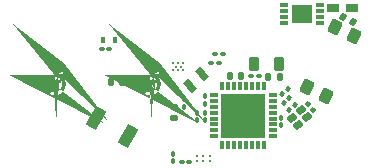
<source format=gbr>
%TF.GenerationSoftware,KiCad,Pcbnew,9.0.5*%
%TF.CreationDate,2025-10-30T22:03:55+01:00*%
%TF.ProjectId,36mm PCB,33366d6d-2050-4434-922e-6b696361645f,rev?*%
%TF.SameCoordinates,Original*%
%TF.FileFunction,Soldermask,Top*%
%TF.FilePolarity,Negative*%
%FSLAX46Y46*%
G04 Gerber Fmt 4.6, Leading zero omitted, Abs format (unit mm)*
G04 Created by KiCad (PCBNEW 9.0.5) date 2025-10-30 22:03:55*
%MOMM*%
%LPD*%
G01*
G04 APERTURE LIST*
G04 Aperture macros list*
%AMRoundRect*
0 Rectangle with rounded corners*
0 $1 Rounding radius*
0 $2 $3 $4 $5 $6 $7 $8 $9 X,Y pos of 4 corners*
0 Add a 4 corners polygon primitive as box body*
4,1,4,$2,$3,$4,$5,$6,$7,$8,$9,$2,$3,0*
0 Add four circle primitives for the rounded corners*
1,1,$1+$1,$2,$3*
1,1,$1+$1,$4,$5*
1,1,$1+$1,$6,$7*
1,1,$1+$1,$8,$9*
0 Add four rect primitives between the rounded corners*
20,1,$1+$1,$2,$3,$4,$5,0*
20,1,$1+$1,$4,$5,$6,$7,0*
20,1,$1+$1,$6,$7,$8,$9,0*
20,1,$1+$1,$8,$9,$2,$3,0*%
%AMRotRect*
0 Rectangle, with rotation*
0 The origin of the aperture is its center*
0 $1 length*
0 $2 width*
0 $3 Rotation angle, in degrees counterclockwise*
0 Add horizontal line*
21,1,$1,$2,0,0,$3*%
%AMFreePoly0*
4,1,59,0.028499,0.147118,0.029264,0.147118,0.083336,0.124720,0.086045,0.122010,0.089073,0.120690,0.099600,0.108455,0.124720,0.083336,0.127970,0.075489,0.132617,0.070090,0.137032,0.053612,0.147118,0.029264,0.147118,0.015972,0.149895,0.005609,0.147118,-0.009067,0.147118,-0.029264,0.140082,-0.046248,0.137484,-0.059984,0.130440,-0.069525,0.124720,-0.083336,0.107652,-0.100403,
0.097843,-0.113696,0.090457,-0.117598,0.083336,-0.124720,0.053958,-0.136888,0.038823,-0.144889,-0.034562,-0.164553,-0.168307,-0.236668,-0.281816,-0.337682,-0.368970,-0.462151,-0.425070,-0.603363,-0.447092,-0.753706,-0.433849,-0.905077,-0.386055,-1.049313,-0.306285,-1.178638,-0.252564,-1.232360,-0.217047,-1.288884,-0.209573,-1.355221,-0.231621,-1.418231,-0.278825,-1.465435,-0.341835,-1.487484,
-0.408172,-1.480009,-0.464697,-1.444492,-0.579686,-1.305223,-0.666241,-1.146708,-0.721234,-0.974678,-0.742675,-0.795349,-0.729791,-0.615202,-0.683046,-0.440750,-0.604131,-0.278297,-0.495898,-0.133714,-0.362258,-0.012227,-0.208042,0.081772,-0.038823,0.144888,-0.038823,0.144889,-0.034232,0.145059,-0.029264,0.147118,0.020751,0.147118,0.027887,0.147385,0.028499,0.147118,0.028499,0.147118,
$1*%
%AMFreePoly1*
4,1,68,-0.020751,0.147118,0.029264,0.147118,0.034232,0.145059,0.038823,0.144889,0.213119,0.079288,0.371268,-0.019055,0.507193,-0.146362,0.615668,-0.297741,0.692529,-0.467373,0.734818,-0.648741,0.740911,-0.834874,0.710576,-1.018619,0.644974,-1.192915,0.546631,-1.351064,0.419324,-1.486989,0.267945,-1.595465,0.098313,-1.672325,-0.083055,-1.714614,-0.269188,-1.720707,-0.452933,-1.690371,
-0.511953,-1.659178,-0.551593,-1.605466,-0.564005,-1.539873,-0.546726,-1.475392,-0.503183,-1.424793,-0.441997,-1.398097,-0.375288,-1.400593,-0.304545,-1.419548,-0.158173,-1.425025,-0.014252,-1.397794,0.120002,-1.339219,0.237855,-1.252240,0.333399,-1.141216,0.401842,-1.011715,0.439752,-0.870231,0.445229,-0.723859,0.417998,-0.579938,0.359423,-0.445684,0.272444,-0.327831,0.161420,-0.232286,
0.031919,-0.163845,-0.038823,-0.144889,-0.053958,-0.136888,-0.083336,-0.124720,-0.090457,-0.117598,-0.097843,-0.113696,-0.107652,-0.100403,-0.124720,-0.083336,-0.130440,-0.069525,-0.137484,-0.059984,-0.140082,-0.046248,-0.147118,-0.029264,-0.147118,-0.009067,-0.149895,0.005609,-0.147118,0.015972,-0.147118,0.029264,-0.137032,0.053612,-0.132617,0.070090,-0.127970,0.075489,-0.124720,0.083336,
-0.099600,0.108455,-0.089073,0.120690,-0.086045,0.122010,-0.083336,0.124720,-0.029264,0.147118,-0.028499,0.147118,-0.027887,0.147385,-0.020751,0.147118,-0.020751,0.147118,$1*%
G04 Aperture macros list end*
%ADD10RoundRect,0.140000X-0.140000X-0.170000X0.140000X-0.170000X0.140000X0.170000X-0.140000X0.170000X0*%
%ADD11FreePoly0,210.000000*%
%ADD12FreePoly1,210.000000*%
%ADD13RoundRect,0.100000X-0.032506X-0.160759X0.163718X0.009817X0.032506X0.160759X-0.163718X-0.009817X0*%
%ADD14RoundRect,0.100000X0.130000X0.100000X-0.130000X0.100000X-0.130000X-0.100000X0.130000X-0.100000X0*%
%ADD15R,1.000000X0.800000*%
%ADD16RoundRect,0.100000X-0.100000X0.130000X-0.100000X-0.130000X0.100000X-0.130000X0.100000X0.130000X0*%
%ADD17RoundRect,0.200000X-0.102845X0.489309X-0.440940X-0.235738X0.102845X-0.489309X0.440940X0.235738X0*%
%ADD18RoundRect,0.100000X0.032506X0.160759X-0.163718X-0.009817X-0.032506X-0.160759X0.163718X0.009817X0*%
%ADD19R,0.450000X0.600000*%
%ADD20RoundRect,0.140000X-0.198728X-0.094906X0.055038X-0.213239X0.198728X0.094906X-0.055038X0.213239X0*%
%ADD21C,0.320000*%
%ADD22RoundRect,0.218750X0.218750X0.381250X-0.218750X0.381250X-0.218750X-0.381250X0.218750X-0.381250X0*%
%ADD23RoundRect,0.140000X0.140000X0.170000X-0.140000X0.170000X-0.140000X-0.170000X0.140000X-0.170000X0*%
%ADD24RotRect,1.000000X1.800000X150.000000*%
%ADD25RoundRect,0.100000X0.100000X-0.130000X0.100000X0.130000X-0.100000X0.130000X-0.100000X-0.130000X0*%
%ADD26R,0.800000X0.300000*%
%ADD27R,1.750000X1.550000*%
%ADD28RoundRect,0.147500X-0.147500X-0.172500X0.147500X-0.172500X0.147500X0.172500X-0.147500X0.172500X0*%
%ADD29RotRect,0.600000X1.100000X223.000000*%
%ADD30RoundRect,0.140000X0.170000X-0.140000X0.170000X0.140000X-0.170000X0.140000X-0.170000X-0.140000X0*%
%ADD31R,0.300000X0.800000*%
%ADD32R,3.800000X3.800000*%
%ADD33C,0.200000*%
%ADD34RoundRect,0.090000X0.077320X0.345466X-0.352865X-0.028488X-0.077320X-0.345466X0.352865X0.028488X0*%
%ADD35RoundRect,0.100000X-0.130000X-0.100000X0.130000X-0.100000X0.130000X0.100000X-0.130000X0.100000X0*%
%ADD36RoundRect,0.100000X-0.160759X0.032506X0.009817X-0.163718X0.160759X-0.032506X-0.009817X0.163718X0*%
G04 APERTURE END LIST*
D10*
%TO.C,C18*%
X147670000Y-101360000D03*
X146710000Y-101360000D03*
%TD*%
D11*
%TO.C,L2*%
X142495685Y-100565686D03*
D12*
X142137056Y-100772741D03*
%TD*%
D11*
%TO.C,L3*%
X150565685Y-100565686D03*
D12*
X150207056Y-100772741D03*
%TD*%
D13*
%TO.C,C7*%
X161778493Y-103669939D03*
X162261507Y-103250061D03*
%TD*%
D14*
%TO.C,C33*%
X159200000Y-100780000D03*
X158560000Y-100780000D03*
%TD*%
D15*
%TO.C,J2*%
X165480000Y-95070000D03*
X167080000Y-95070000D03*
%TD*%
D16*
%TO.C,R25*%
X161120000Y-104370000D03*
X161120000Y-105010000D03*
%TD*%
D17*
%TO.C,SW5*%
X164877030Y-102496886D03*
X163336308Y-101778435D03*
X167243692Y-97421565D03*
X165702970Y-96703114D03*
%TD*%
D18*
%TO.C,R26*%
X161801507Y-102720061D03*
X161318493Y-103139939D03*
%TD*%
D14*
%TO.C,R2*%
X156160000Y-98980000D03*
X155520000Y-98980000D03*
%TD*%
D19*
%TO.C,LED1*%
X146030000Y-97780000D03*
X147030000Y-97780000D03*
%TD*%
D20*
%TO.C,C15*%
X166354972Y-95867143D03*
X167225028Y-96272857D03*
%TD*%
D21*
%TO.C,IC4*%
X153953000Y-108052500D03*
X154530000Y-108052500D03*
X155107000Y-108052500D03*
X153953000Y-107552500D03*
X154530000Y-107552500D03*
X155107000Y-107552500D03*
%TD*%
D22*
%TO.C,L4*%
X160902500Y-99830000D03*
X158777500Y-99830000D03*
%TD*%
D23*
%TO.C,C34*%
X157750000Y-100840000D03*
X156790000Y-100840000D03*
%TD*%
D24*
%TO.C,ANT1*%
X148122339Y-105905000D03*
X145437661Y-104355000D03*
%TD*%
D25*
%TO.C,C32*%
X151980001Y-108040000D03*
X151979999Y-107400000D03*
%TD*%
%TO.C,C28*%
X154680000Y-104560000D03*
X154680000Y-103920000D03*
%TD*%
D16*
%TO.C,R1*%
X152880000Y-102810000D03*
X152880000Y-103450000D03*
%TD*%
D14*
%TO.C,R6*%
X146550000Y-98530000D03*
X145910000Y-98530000D03*
%TD*%
D26*
%TO.C,IC5*%
X164390000Y-96340000D03*
X164390000Y-95840000D03*
X164390000Y-95339999D03*
X164390001Y-94840000D03*
X161390000Y-94840000D03*
X161390000Y-95340000D03*
X161390000Y-95840001D03*
X161389999Y-96340000D03*
D27*
X162890000Y-95590000D03*
%TD*%
D28*
%TO.C,L1*%
X160025000Y-100900000D03*
X160995000Y-100900000D03*
%TD*%
D29*
%TO.C,Y1*%
X154431948Y-100682602D03*
X153408052Y-101637398D03*
%TD*%
D30*
%TO.C,C25*%
X152070000Y-104380000D03*
X152070000Y-103420000D03*
%TD*%
D25*
%TO.C,R20*%
X153980000Y-104560000D03*
X153980000Y-103920000D03*
%TD*%
D26*
%TO.C,D1*%
X155385000Y-102420000D03*
X155385000Y-102920000D03*
X155385000Y-103420000D03*
X155385000Y-103920000D03*
X155385000Y-104420000D03*
X155385000Y-104920000D03*
X155385000Y-105420000D03*
X155385000Y-105920000D03*
D31*
X156135000Y-106670000D03*
X156635000Y-106670000D03*
X157135000Y-106670000D03*
X157635000Y-106670000D03*
X158135000Y-106670000D03*
X158635000Y-106670000D03*
X159135000Y-106670000D03*
X159635000Y-106670000D03*
D26*
X160385000Y-105920000D03*
X160385000Y-105420000D03*
X160385000Y-104920000D03*
X160385000Y-104420000D03*
X160385000Y-103920000D03*
X160385000Y-103420000D03*
X160385000Y-102920000D03*
X160385000Y-102420000D03*
D31*
X159635000Y-101670000D03*
X159135000Y-101670000D03*
X158635000Y-101670000D03*
X158135000Y-101670000D03*
X157635000Y-101670000D03*
X157135000Y-101670000D03*
X156635000Y-101670000D03*
X156135000Y-101670000D03*
D32*
X157885000Y-104170000D03*
%TD*%
D33*
%TO.C,IC1*%
X152830000Y-99760000D03*
X152400000Y-99760000D03*
X151970000Y-99760000D03*
X152625000Y-100040000D03*
X152175000Y-100040000D03*
X152830000Y-100320000D03*
X152400000Y-100320000D03*
X151970000Y-100320000D03*
%TD*%
D18*
%TO.C,R24*%
X161681506Y-101890060D03*
X161198494Y-102309940D03*
%TD*%
D16*
%TO.C,R19*%
X154680000Y-102510000D03*
X154680000Y-103150000D03*
%TD*%
D34*
%TO.C,Y3*%
X163318646Y-104297453D03*
X162793798Y-103693685D03*
X162001354Y-104382547D03*
X162526202Y-104986315D03*
%TD*%
D35*
%TO.C,R30*%
X155190000Y-99680000D03*
X155830000Y-99680000D03*
%TD*%
D36*
%TO.C,C8*%
X163380061Y-103178493D03*
X163799939Y-103661507D03*
%TD*%
D14*
%TO.C,R7*%
X153350000Y-108070001D03*
X152710000Y-108069999D03*
%TD*%
M02*

</source>
